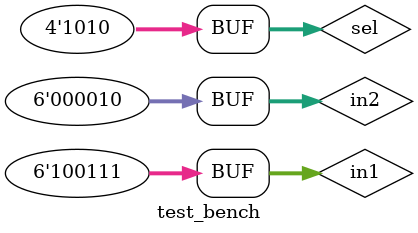
<source format=v>

`timescale 1ns/1ps

module Logic_Unit(in1, in2, out, sel);
	input [3:0] sel;
	input signed[5:0] in1, in2;
	output reg signed[5:0] out;
	wire[5:0] o1, o2, o3, o4, o5, o6, o7, o8, o9, o10, o11;
	
	assign o1 = in1 & in2;
	assign o2 = in1 | in2;
	assign o3 = in1 ^ in2;
	assign o4 = in1 >>> in2;
	assign o5 = in1 <<< in2;
	assign o6 = in1 >> in2;
	assign o7 = in1 << in2;
	assign o8 = ~in1;
	assign o9 = ~in2;
		
	
	
	always @(*)
	begin
		case(sel)
			4'b0000 : out = o1; // and operation
			4'b0001 : out = o2; // or operation
			4'b0010 : out = o3; // xor operation
			4'b0011 : out = o4; // arithmetic right shift operation
			4'b0100 : out = o5; // arithmetic left shift operation
			4'b0101 : out = o6; // logical right shift operation
			4'b0110 : out = o7; // logical left shift operation
			4'b0111 : out = o8; // complement of input 1
			4'b1000 : out = o9;	// complement of input 2
		endcase
		
	end 
	
	//Circular Right Shift
	always @(*)
		if ((in2 % 6 == 0) && sel == 4'b1001)
		begin
			out = in1;
		end
		else if ((in2 % 6 == 1) && sel == 4'b1001)
		begin
			out = {in1[0], in1[5:1]};
		end
		else if ((in2 % 6 == 2) && sel == 4'b1001)
		begin
			out = {in1[1:0], in1[5:2]};
		end
		else if ((in2 % 6 == 3) && sel == 4'b1001)
		begin
			out = {in1[2:0], in1[5:3]};
		end
		else if ((in2 % 6 == 4) && sel == 4'b1001)
		begin
			out = {in1[3:0], in1[5:4]};
		end
		else if ((in2 % 6 == 5) && sel == 4'b1001)
		begin
			out = {in1[4:0], in1[5]};
		end
		
		
		//Circular Left Shift
		else if ((in2 % 6 == 0) && sel == 4'b1010)
		begin
			out = in1;
		end
		else if ((in2 % 6 == 1) && sel == 4'b1010)
		begin
			out = {in1[4:0], in1[5]};
		end
		else if ((in2 % 6 == 2) && sel == 4'b1010)
		begin
			out = {in1[3:0], in1[5:4]};
		end
		else if ((in2 % 6 == 3) && sel == 4'b1010)
		begin
			out = {in1[2:0], in1[5:3]};
		end
		else if ((in2 % 6 == 4) && sel == 4'b1010)
		begin
			out = {in1[1:0], in1[5:2]};
		end
		else if ((in2 % 6 == 5) && sel == 4'b1010)
		begin
			out = {in1[0], in1[5:1]};
		end
	
endmodule	

module test_bench;
	reg[3:0] sel;
	reg signed[5:0] in1, in2;
	wire signed[5:0] out;
	
	Logic_Unit log(in1, in2, out, sel);
	
	initial begin;
	$monitor("%d in1:%b \t in2=%b \t out=%b \t sel=%d", $time,in1, in2, out, sel);
	#0	in1=6'b000111; in2=6'b000010; sel=4'b0000;
	#10 in1=6'b000001; in2=6'b000011; sel=4'b0001;
	#10	in1=6'b000101; in2=6'b000011; sel=4'b0010;
	#10	in1=6'b001100; in2=6'b000001; sel=4'b0011;
	#10	in1=6'b000101; in2=6'b000001; sel=4'b0100;
	#10	in1=6'b001100; in2=6'b000010; sel=4'b0101;
	#10	in1=6'b000101; in2=6'b000011; sel=4'b0110;
	#10	in1=6'b000101; in2=6'b000001; sel=4'b0111;
	#10	in1=6'b001111; in2=6'b000001; sel=4'b1000;
	#10	in1=6'b100111; in2=6'b000010; sel=4'b1001;
	#10	in1=6'b100111; in2=6'b000010; sel=4'b1010;
	end 
	
endmodule








</source>
